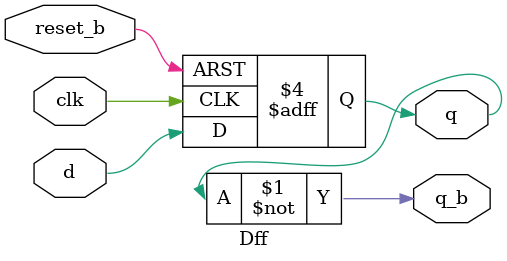
<source format=v>
`timescale 1ns / 1ps


module Dff(
output reg q,output q_b,input d,input clk,input reset_b);
assign q_b = ~q;
always@(posedge clk,negedge reset_b)
    if(reset_b == 0)
       q <= 1'b0;
    else
       q <= d;   
 endmodule

</source>
